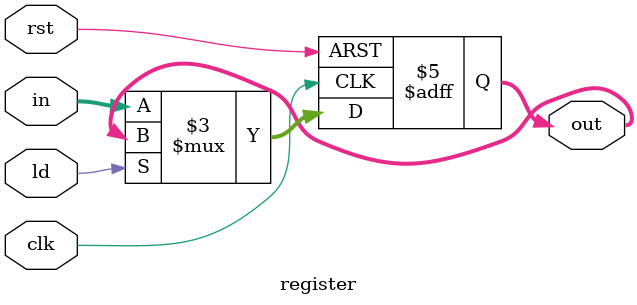
<source format=v>
module register(clk, rst, ld, in, out);
    input clk, rst, ld; 
    input[31:0] in;
    output reg[31:0] out;

    always @(posedge clk, posedge rst)
	begin
		if(rst) 
            out <= 0;
		else if(~ld)
            out <= in;
	end

endmodule
</source>
